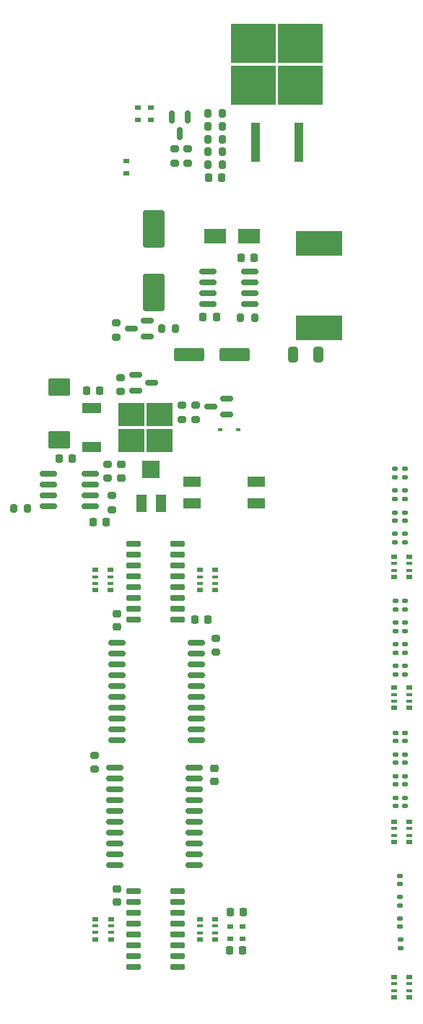
<source format=gbr>
%TF.GenerationSoftware,KiCad,Pcbnew,(6.0.4-0)*%
%TF.CreationDate,2022-07-09T18:31:03+12:00*%
%TF.ProjectId,controller,636f6e74-726f-46c6-9c65-722e6b696361,3.0*%
%TF.SameCoordinates,PX324e6b0PYa469d80*%
%TF.FileFunction,Paste,Top*%
%TF.FilePolarity,Positive*%
%FSLAX46Y46*%
G04 Gerber Fmt 4.6, Leading zero omitted, Abs format (unit mm)*
G04 Created by KiCad (PCBNEW (6.0.4-0)) date 2022-07-09 18:31:03*
%MOMM*%
%LPD*%
G01*
G04 APERTURE LIST*
G04 Aperture macros list*
%AMRoundRect*
0 Rectangle with rounded corners*
0 $1 Rounding radius*
0 $2 $3 $4 $5 $6 $7 $8 $9 X,Y pos of 4 corners*
0 Add a 4 corners polygon primitive as box body*
4,1,4,$2,$3,$4,$5,$6,$7,$8,$9,$2,$3,0*
0 Add four circle primitives for the rounded corners*
1,1,$1+$1,$2,$3*
1,1,$1+$1,$4,$5*
1,1,$1+$1,$6,$7*
1,1,$1+$1,$8,$9*
0 Add four rect primitives between the rounded corners*
20,1,$1+$1,$2,$3,$4,$5,0*
20,1,$1+$1,$4,$5,$6,$7,0*
20,1,$1+$1,$6,$7,$8,$9,0*
20,1,$1+$1,$8,$9,$2,$3,0*%
G04 Aperture macros list end*
%ADD10R,5.400000X2.900000*%
%ADD11RoundRect,0.147500X-0.172500X0.147500X-0.172500X-0.147500X0.172500X-0.147500X0.172500X0.147500X0*%
%ADD12RoundRect,0.225000X0.225000X0.250000X-0.225000X0.250000X-0.225000X-0.250000X0.225000X-0.250000X0*%
%ADD13RoundRect,0.147500X0.172500X-0.147500X0.172500X0.147500X-0.172500X0.147500X-0.172500X-0.147500X0*%
%ADD14RoundRect,0.225000X-0.225000X-0.250000X0.225000X-0.250000X0.225000X0.250000X-0.225000X0.250000X0*%
%ADD15R,0.800000X0.500000*%
%ADD16R,0.800000X0.400000*%
%ADD17RoundRect,0.200000X-0.275000X0.200000X-0.275000X-0.200000X0.275000X-0.200000X0.275000X0.200000X0*%
%ADD18RoundRect,0.200000X0.200000X0.275000X-0.200000X0.275000X-0.200000X-0.275000X0.200000X-0.275000X0*%
%ADD19R,0.700000X0.600000*%
%ADD20R,1.300000X2.000000*%
%ADD21R,2.000000X2.000000*%
%ADD22RoundRect,0.200000X0.275000X-0.200000X0.275000X0.200000X-0.275000X0.200000X-0.275000X-0.200000X0*%
%ADD23RoundRect,0.150000X-0.875000X-0.150000X0.875000X-0.150000X0.875000X0.150000X-0.875000X0.150000X0*%
%ADD24RoundRect,0.150000X-0.587500X-0.150000X0.587500X-0.150000X0.587500X0.150000X-0.587500X0.150000X0*%
%ADD25R,3.050000X2.750000*%
%ADD26R,2.200000X1.200000*%
%ADD27RoundRect,0.200000X-0.200000X-0.275000X0.200000X-0.275000X0.200000X0.275000X-0.200000X0.275000X0*%
%ADD28RoundRect,0.225000X0.250000X-0.225000X0.250000X0.225000X-0.250000X0.225000X-0.250000X-0.225000X0*%
%ADD29R,5.250000X4.550000*%
%ADD30R,1.100000X4.600000*%
%ADD31RoundRect,0.250000X-1.000000X1.950000X-1.000000X-1.950000X1.000000X-1.950000X1.000000X1.950000X0*%
%ADD32R,2.000000X1.200000*%
%ADD33RoundRect,0.225000X-0.250000X0.225000X-0.250000X-0.225000X0.250000X-0.225000X0.250000X0.225000X0*%
%ADD34RoundRect,0.250000X1.500000X0.550000X-1.500000X0.550000X-1.500000X-0.550000X1.500000X-0.550000X0*%
%ADD35RoundRect,0.150000X0.587500X0.150000X-0.587500X0.150000X-0.587500X-0.150000X0.587500X-0.150000X0*%
%ADD36RoundRect,0.250000X-0.325000X-0.650000X0.325000X-0.650000X0.325000X0.650000X-0.325000X0.650000X0*%
%ADD37RoundRect,0.150000X0.725000X0.150000X-0.725000X0.150000X-0.725000X-0.150000X0.725000X-0.150000X0*%
%ADD38RoundRect,0.150000X-0.825000X-0.150000X0.825000X-0.150000X0.825000X0.150000X-0.825000X0.150000X0*%
%ADD39R,0.600000X0.450000*%
%ADD40RoundRect,0.150000X-0.150000X0.587500X-0.150000X-0.587500X0.150000X-0.587500X0.150000X0.587500X0*%
%ADD41RoundRect,0.250000X1.025000X-0.787500X1.025000X0.787500X-1.025000X0.787500X-1.025000X-0.787500X0*%
%ADD42R,2.500000X1.800000*%
G04 APERTURE END LIST*
D10*
%TO.C,L1*%
X46100000Y100200000D03*
X46100000Y90300000D03*
%TD*%
D11*
%TO.C,D15*%
X56150000Y68685000D03*
X56150000Y67715000D03*
%TD*%
D12*
%TO.C,C8*%
X34075000Y91550000D03*
X32525000Y91550000D03*
%TD*%
D13*
%TO.C,D34*%
X55075000Y41870001D03*
X55075000Y42840001D03*
%TD*%
D14*
%TO.C,C1*%
X35675000Y21850000D03*
X37225000Y21850000D03*
%TD*%
D11*
%TO.C,D13*%
X56150000Y66160000D03*
X56150000Y65190000D03*
%TD*%
D15*
%TO.C,RN1*%
X19875000Y61950000D03*
D16*
X19875000Y61150000D03*
X19875000Y60350000D03*
D15*
X19875000Y59550000D03*
X21675000Y59550000D03*
D16*
X21675000Y60350000D03*
X21675000Y61150000D03*
D15*
X21675000Y61950000D03*
%TD*%
D17*
%TO.C,R13*%
X21350000Y74325000D03*
X21350000Y72675000D03*
%TD*%
D13*
%TO.C,D24*%
X55050000Y54790000D03*
X55050000Y55760000D03*
%TD*%
D18*
%TO.C,R12*%
X38575000Y91500000D03*
X36925000Y91500000D03*
%TD*%
D17*
%TO.C,R6*%
X30730800Y111285800D03*
X30730800Y109635800D03*
%TD*%
D19*
%TO.C,D3*%
X23525000Y109875000D03*
X23525000Y108475000D03*
%TD*%
D11*
%TO.C,D8*%
X55700000Y18585000D03*
X55700000Y17615000D03*
%TD*%
D20*
%TO.C,RV1*%
X25250000Y69750000D03*
D21*
X26400000Y73750000D03*
D20*
X27550000Y69750000D03*
%TD*%
D22*
%TO.C,R17*%
X30039515Y79584536D03*
X30039515Y81234536D03*
%TD*%
D23*
%TO.C,U5*%
X22178560Y38722560D03*
X22178560Y37452560D03*
X22178560Y36182560D03*
X22178560Y34912560D03*
X22178560Y33642560D03*
X22178560Y32372560D03*
X22178560Y31102560D03*
X22178560Y29832560D03*
X22178560Y28562560D03*
X22178560Y27292560D03*
X31478560Y27292560D03*
X31478560Y28562560D03*
X31478560Y29832560D03*
X31478560Y31102560D03*
X31478560Y32372560D03*
X31478560Y33642560D03*
X31478560Y34912560D03*
X31478560Y36182560D03*
X31478560Y37452560D03*
X31478560Y38722560D03*
%TD*%
D11*
%TO.C,D29*%
X56175000Y35210001D03*
X56175000Y34240001D03*
%TD*%
D13*
%TO.C,D14*%
X55025000Y67715000D03*
X55025000Y68685000D03*
%TD*%
D24*
%TO.C,Q4*%
X24582500Y84830000D03*
X24582500Y82930000D03*
X26457500Y83880000D03*
%TD*%
D15*
%TO.C,RN6*%
X56700000Y61100000D03*
D16*
X56700000Y61900000D03*
X56700000Y62700000D03*
D15*
X56700000Y63500000D03*
X54900000Y63500000D03*
D16*
X54900000Y62700000D03*
X54900000Y61900000D03*
D15*
X54900000Y61100000D03*
%TD*%
D25*
%TO.C,U1*%
X27425000Y77097000D03*
X24075000Y80147000D03*
X27425000Y80147000D03*
X24075000Y77097000D03*
D26*
X19450000Y80902000D03*
X19450000Y76342000D03*
%TD*%
D11*
%TO.C,D27*%
X56175000Y58310000D03*
X56175000Y57340000D03*
%TD*%
D18*
%TO.C,R7*%
X34750000Y109450000D03*
X33100000Y109450000D03*
%TD*%
D19*
%TO.C,D5*%
X24850000Y116100000D03*
X24850000Y114700000D03*
%TD*%
D11*
%TO.C,D11*%
X55600000Y26085000D03*
X55600000Y25115000D03*
%TD*%
D27*
%TO.C,R5*%
X33100000Y115450000D03*
X34750000Y115450000D03*
%TD*%
D11*
%TO.C,D21*%
X56175000Y50685000D03*
X56175000Y49715000D03*
%TD*%
D28*
%TO.C,C12*%
X22900000Y72725000D03*
X22900000Y74275000D03*
%TD*%
D18*
%TO.C,R14*%
X11925000Y69150000D03*
X10275000Y69150000D03*
%TD*%
D29*
%TO.C,Q2*%
X43950000Y118800000D03*
X38400000Y123650000D03*
X43950000Y123650000D03*
X38400000Y118800000D03*
D30*
X38635000Y112075000D03*
X43715000Y112075000D03*
%TD*%
D27*
%TO.C,R8*%
X33100000Y110950000D03*
X34750000Y110950000D03*
%TD*%
D19*
%TO.C,D1*%
X37150000Y20100000D03*
X37150000Y18700000D03*
%TD*%
D14*
%TO.C,C9*%
X36975000Y98500000D03*
X38525000Y98500000D03*
%TD*%
D11*
%TO.C,D35*%
X56200000Y42835001D03*
X56200000Y41865001D03*
%TD*%
%TO.C,D17*%
X56150000Y71235000D03*
X56150000Y70265000D03*
%TD*%
D17*
%TO.C,R18*%
X31620898Y81234536D03*
X31620898Y79584536D03*
%TD*%
D11*
%TO.C,D33*%
X56200000Y40285001D03*
X56200000Y39315001D03*
%TD*%
D31*
%TO.C,C4*%
X26750000Y101900000D03*
X26750000Y94500000D03*
%TD*%
D32*
%TO.C,LF1*%
X38750000Y69730000D03*
X38750000Y72270000D03*
X31250000Y72270000D03*
X31250000Y69730000D03*
%TD*%
D11*
%TO.C,D23*%
X56175000Y53210000D03*
X56175000Y52240000D03*
%TD*%
%TO.C,D9*%
X55600000Y21060000D03*
X55600000Y20090000D03*
%TD*%
D13*
%TO.C,D12*%
X55025000Y65190000D03*
X55025000Y66160000D03*
%TD*%
D15*
%TO.C,RN3*%
X32150000Y21000000D03*
D16*
X32150000Y20200000D03*
X32150000Y19400000D03*
D15*
X32150000Y18600000D03*
X33950000Y18600000D03*
D16*
X33950000Y19400000D03*
X33950000Y20200000D03*
D15*
X33950000Y21000000D03*
%TD*%
%TO.C,RN2*%
X19900000Y21018000D03*
D16*
X19900000Y20218000D03*
X19900000Y19418000D03*
D15*
X19900000Y18618000D03*
X21700000Y18618000D03*
D16*
X21700000Y19418000D03*
X21700000Y20218000D03*
D15*
X21700000Y21018000D03*
%TD*%
D33*
%TO.C,C17*%
X33800000Y38700000D03*
X33800000Y37150000D03*
%TD*%
D14*
%TO.C,C2*%
X35600000Y17350000D03*
X37150000Y17350000D03*
%TD*%
D13*
%TO.C,D32*%
X55080000Y39315001D03*
X55080000Y40285001D03*
%TD*%
D12*
%TO.C,C5*%
X20375000Y82950000D03*
X18825000Y82950000D03*
%TD*%
D13*
%TO.C,D18*%
X55025000Y72815000D03*
X55025000Y73785000D03*
%TD*%
%TO.C,D16*%
X55025000Y70265000D03*
X55025000Y71235000D03*
%TD*%
D17*
%TO.C,R16*%
X22819151Y84497585D03*
X22819151Y82847585D03*
%TD*%
D13*
%TO.C,D30*%
X55080000Y36790001D03*
X55080000Y37760001D03*
%TD*%
D34*
%TO.C,C11*%
X36250000Y87200000D03*
X30850000Y87200000D03*
%TD*%
D33*
%TO.C,C15*%
X22419000Y56830000D03*
X22419000Y55280000D03*
%TD*%
D19*
%TO.C,D4*%
X26400000Y116100000D03*
X26400000Y114700000D03*
%TD*%
D13*
%TO.C,D28*%
X55055000Y34240001D03*
X55055000Y35210001D03*
%TD*%
D18*
%TO.C,R9*%
X34750000Y113950000D03*
X33100000Y113950000D03*
%TD*%
D35*
%TO.C,Q5*%
X35282500Y80150000D03*
X35282500Y82050000D03*
X33407500Y81100000D03*
%TD*%
D36*
%TO.C,C10*%
X43100000Y87175000D03*
X46050000Y87175000D03*
%TD*%
D35*
%TO.C,Q3*%
X25937500Y89300000D03*
X25937500Y91200000D03*
X24062500Y90250000D03*
%TD*%
D12*
%TO.C,C6*%
X17175000Y75000000D03*
X15625000Y75000000D03*
%TD*%
D18*
%TO.C,R11*%
X29275000Y90200000D03*
X27625000Y90200000D03*
%TD*%
D22*
%TO.C,R2*%
X34050000Y52275000D03*
X34050000Y53925000D03*
%TD*%
D15*
%TO.C,RN4*%
X33950000Y59550000D03*
D16*
X33950000Y60350000D03*
X33950000Y61150000D03*
D15*
X33950000Y61950000D03*
X32150000Y61950000D03*
D16*
X32150000Y61150000D03*
X32150000Y60350000D03*
D15*
X32150000Y59550000D03*
%TD*%
D14*
%TO.C,C16*%
X31525000Y56100000D03*
X33075000Y56100000D03*
%TD*%
D15*
%TO.C,RN7*%
X56725000Y45750000D03*
D16*
X56725000Y46550000D03*
X56725000Y47350000D03*
D15*
X56725000Y48150000D03*
X54925000Y48150000D03*
D16*
X54925000Y47350000D03*
X54925000Y46550000D03*
D15*
X54925000Y45750000D03*
%TD*%
D14*
%TO.C,C13*%
X19575000Y67550000D03*
X21125000Y67550000D03*
%TD*%
D37*
%TO.C,U6*%
X29529000Y56100000D03*
X29529000Y57370000D03*
X29529000Y58640000D03*
X29529000Y59910000D03*
X29529000Y61180000D03*
X29529000Y62450000D03*
X29529000Y63720000D03*
X29529000Y64990000D03*
X24379000Y64990000D03*
X24379000Y63720000D03*
X24379000Y62450000D03*
X24379000Y61180000D03*
X24379000Y59910000D03*
X24379000Y58640000D03*
X24379000Y57370000D03*
X24379000Y56100000D03*
%TD*%
D17*
%TO.C,R3*%
X29180800Y111298000D03*
X29180800Y109648000D03*
%TD*%
D11*
%TO.C,D19*%
X56150000Y73785000D03*
X56150000Y72815000D03*
%TD*%
D38*
%TO.C,U2*%
X33075000Y96905000D03*
X33075000Y95635000D03*
X33075000Y94365000D03*
X33075000Y93095000D03*
X38025000Y93095000D03*
X38025000Y94365000D03*
X38025000Y95635000D03*
X38025000Y96905000D03*
%TD*%
D13*
%TO.C,D26*%
X55050000Y57340000D03*
X55050000Y58310000D03*
%TD*%
D19*
%TO.C,D2*%
X35675000Y18700000D03*
X35675000Y20100000D03*
%TD*%
D15*
%TO.C,RN5*%
X56730000Y11810000D03*
D16*
X56730000Y12610000D03*
X56730000Y13410000D03*
D15*
X56730000Y14210000D03*
X54930000Y14210000D03*
D16*
X54930000Y13410000D03*
X54930000Y12610000D03*
D15*
X54930000Y11810000D03*
%TD*%
D11*
%TO.C,D31*%
X56200000Y37760001D03*
X56200000Y36790001D03*
%TD*%
D22*
%TO.C,R15*%
X21840000Y69025000D03*
X21840000Y70675000D03*
%TD*%
D39*
%TO.C,D7*%
X36650000Y78350000D03*
X34550000Y78350000D03*
%TD*%
D14*
%TO.C,C3*%
X33150000Y107950000D03*
X34700000Y107950000D03*
%TD*%
D38*
%TO.C,U3*%
X14355000Y73217000D03*
X14355000Y71947000D03*
X14355000Y70677000D03*
X14355000Y69407000D03*
X19305000Y69407000D03*
X19305000Y70677000D03*
X19305000Y71947000D03*
X19305000Y73217000D03*
%TD*%
D22*
%TO.C,R19*%
X19782800Y38566600D03*
X19782800Y40216600D03*
%TD*%
D40*
%TO.C,Q1*%
X30740400Y115005100D03*
X28840400Y115005100D03*
X29790400Y113130100D03*
%TD*%
D13*
%TO.C,D20*%
X55050000Y49715000D03*
X55050000Y50685000D03*
%TD*%
D37*
%TO.C,U7*%
X29529000Y15373000D03*
X29529000Y16643000D03*
X29529000Y17913000D03*
X29529000Y19183000D03*
X29529000Y20453000D03*
X29529000Y21723000D03*
X29529000Y22993000D03*
X29529000Y24263000D03*
X24379000Y24263000D03*
X24379000Y22993000D03*
X24379000Y21723000D03*
X24379000Y20453000D03*
X24379000Y19183000D03*
X24379000Y17913000D03*
X24379000Y16643000D03*
X24379000Y15373000D03*
%TD*%
D13*
%TO.C,D22*%
X55050000Y52240000D03*
X55050000Y53210000D03*
%TD*%
D22*
%TO.C,R10*%
X22300000Y89225000D03*
X22300000Y90875000D03*
%TD*%
D15*
%TO.C,RN8*%
X56725000Y30025001D03*
D16*
X56725000Y30825001D03*
X56725000Y31625001D03*
D15*
X56725000Y32425001D03*
X54925000Y32425001D03*
D16*
X54925000Y31625001D03*
X54925000Y30825001D03*
D15*
X54925000Y30025001D03*
%TD*%
D28*
%TO.C,C14*%
X22425000Y23000000D03*
X22425000Y24550000D03*
%TD*%
D23*
%TO.C,U4*%
X22428560Y53393560D03*
X22428560Y52123560D03*
X22428560Y50853560D03*
X22428560Y49583560D03*
X22428560Y48313560D03*
X22428560Y47043560D03*
X22428560Y45773560D03*
X22428560Y44503560D03*
X22428560Y43233560D03*
X22428560Y41963560D03*
X31728560Y41963560D03*
X31728560Y43233560D03*
X31728560Y44503560D03*
X31728560Y45773560D03*
X31728560Y47043560D03*
X31728560Y48313560D03*
X31728560Y49583560D03*
X31728560Y50853560D03*
X31728560Y52123560D03*
X31728560Y53393560D03*
%TD*%
D27*
%TO.C,R4*%
X33100000Y112450000D03*
X34750000Y112450000D03*
%TD*%
D41*
%TO.C,C7*%
X15600000Y77187500D03*
X15600000Y83412500D03*
%TD*%
D42*
%TO.C,D6*%
X37900000Y101050000D03*
X33900000Y101050000D03*
%TD*%
D11*
%TO.C,D10*%
X55600000Y23595000D03*
X55600000Y22625000D03*
%TD*%
%TO.C,D25*%
X56175000Y55760000D03*
X56175000Y54790000D03*
%TD*%
M02*

</source>
